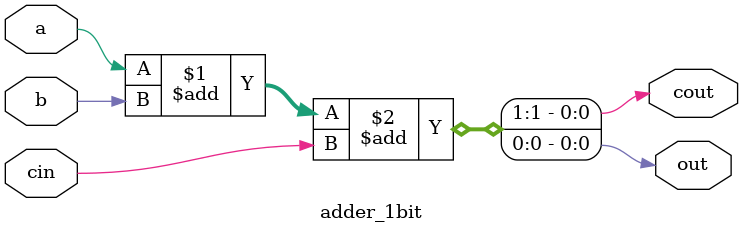
<source format=v>
/* verilator lint_off DECLFILENAME */
module adder_4bit(
    input cin,
    input [3:0] a,b,
    output carry,
    output [3:0] out
);

wire [$bits(a):0] c;

assign c[0] = cin;
assign carry = c[$bits(a)];

genvar i;
generate for(i = 0 ; i < $bits(a); i = i + 1) begin : adder_gen
    adder_1bit adder_u(
        c[i],
        a[i],
        b[i],
        c[i+1],
        out[i]
    );
end
endgenerate

endmodule //adder_4bit



module adder_1bit(
    input cin,
    input a,b,
    output cout,out
);
    assign {cout,out} = a+b+cin;
endmodule // adder_1bit

</source>
